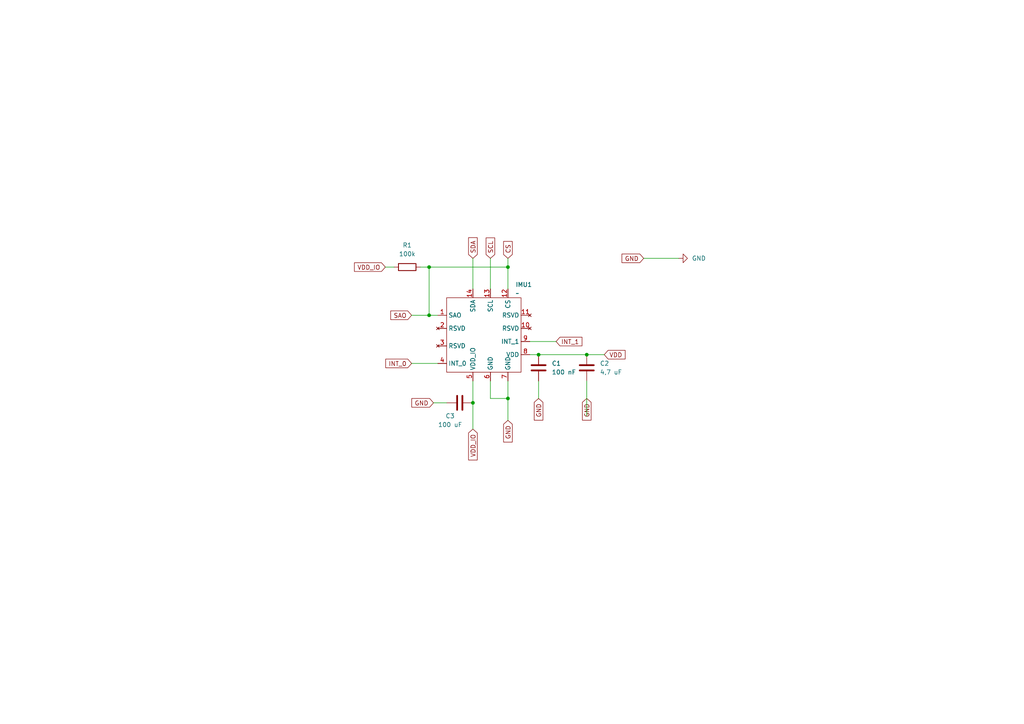
<source format=kicad_sch>
(kicad_sch (version 20231120) (generator "eeschema") (generator_version "8.0")
  (paper "A4")
  (lib_symbols
    (symbol "Device:C" (pin_numbers hide) (pin_names (offset 0.254))
      (property "Reference" "C" (at 0.635 2.54 0))
      (property "Value" "C" (at 0.635 -2.54 0))
      (symbol "C_0_1"
        (polyline (pts (xy -2.032 -0.762) (xy 2.032 -0.762)) (stroke (width 0.508)))
        (polyline (pts (xy -2.032 0.762) (xy 2.032 0.762)) (stroke (width 0.508)))
      )
      (symbol "C_1_1"
        (pin passive line (at 0 3.81 270) (length 2.794) (name "~") (number "1"))
        (pin passive line (at 0 -3.81 90) (length 2.794) (name "~") (number "2"))
      )
    )
    (symbol "Device:R" (pin_numbers hide) (pin_names (offset 0))
      (property "Reference" "R" (at 2.032 0 90))
      (property "Value" "R" (at 0 0 90))
      (symbol "R_0_1"
        (rectangle (start -1.016 -2.54) (end 1.016 2.54) (stroke (width 0.254)))
      )
      (symbol "R_1_1"
        (pin passive line (at 0 3.81 270) (length 1.27) (name "~") (number "1"))
        (pin passive line (at 0 -3.81 90) (length 1.27) (name "~") (number "2"))
      )
    )
    (symbol "IMU Library:WSEN_IMU"
      (property "Reference" "IMU" (at -16.764 12.192 0))
      (symbol "WSEN_IMU_0_1"
        (rectangle (start -16.51 10.16) (end 5.08 -11.43))
      )
      (symbol "WSEN_IMU_1_1"
        (pin input line (at -19.05 5.08 0) (length 2.54) (name "SAO") (number "1"))
        (pin no_connect line (at 7.62 1.27 180) (length 2.54) (name "RSVD") (number "10"))
        (pin no_connect line (at 7.62 5.08 180) (length 2.54) (name "RSVD") (number "11"))
        (pin input line (at 1.27 12.7 270) (length 2.54) (name "CS") (number "12"))
        (pin input line (at -3.81 12.7 270) (length 2.54) (name "SCL") (number "13"))
        (pin bidirectional line (at -8.89 12.7 270) (length 2.54) (name "SDA") (number "14"))
        (pin no_connect line (at -19.05 1.27 0) (length 2.54) (name "RSVD") (number "2"))
        (pin no_connect line (at -19.05 -3.81 0) (length 2.54) (name "RSVD") (number "3"))
        (pin output line (at -19.05 -8.89 0) (length 2.54) (name "INT_0") (number "4"))
        (pin input line (at -8.89 -13.97 90) (length 2.54) (name "VDD_IO") (number "5"))
        (pin input line (at -3.81 -13.97 90) (length 2.54) (name "GND") (number "6"))
        (pin input line (at 1.27 -13.97 90) (length 2.54) (name "GND") (number "7"))
        (pin input line (at 7.62 -6.35 180) (length 2.54) (name "VDD") (number "8"))
        (pin output line (at 7.62 -2.54 180) (length 2.54) (name "INT_1") (number "9"))
      )
    )
    (symbol "power:GND" (power) (pin_numbers hide) (pin_names (offset 0) hide)
      (property "Value" "GND" (at 0 -3.81 0))
      (symbol "GND_0_1"
        (polyline (pts (xy 0 0) (xy 0 -1.27) (xy 1.27 -1.27) (xy 0 -2.54) (xy -1.27 -1.27) (xy 0 -1.27)))
      )
      (symbol "GND_1_1"
        (pin power_in line (at 0 0 270) (length 0) (name "~") (number "1"))
      )
    )
  )
  (junction (at 137.16 116.84))
  (junction (at 124.46 77.47))
  (junction (at 170.18 102.87))
  (junction (at 147.32 77.47))
  (junction (at 156.21 102.87))
  (junction (at 147.32 115.57))
  (junction (at 124.46 91.44))
  (wire (pts (xy 125.73 116.84) (xy 129.54 116.84)))
  (wire (pts (xy 153.67 102.87) (xy 156.21 102.87)))
  (wire (pts (xy 142.24 110.49) (xy 142.24 115.57)))
  (wire (pts (xy 124.46 77.47) (xy 147.32 77.47)))
  (wire (pts (xy 147.32 77.47) (xy 147.32 83.82)))
  (wire (pts (xy 170.18 102.87) (xy 175.26 102.87)))
  (wire (pts (xy 137.16 74.93) (xy 137.16 83.82)))
  (wire (pts (xy 156.21 110.49) (xy 156.21 115.57)))
  (wire (pts (xy 114.3 77.47) (xy 111.76 77.47)))
  (wire (pts (xy 142.24 115.57) (xy 147.32 115.57)))
  (wire (pts (xy 170.18 110.49) (xy 170.18 120.65)))
  (wire (pts (xy 147.32 110.49) (xy 147.32 115.57)))
  (wire (pts (xy 137.16 116.84) (xy 137.16 124.46)))
  (wire (pts (xy 124.46 91.44) (xy 127 91.44)))
  (wire (pts (xy 147.32 74.93) (xy 147.32 77.47)))
  (wire (pts (xy 142.24 74.93) (xy 142.24 83.82)))
  (wire (pts (xy 147.32 115.57) (xy 147.32 121.92)))
  (wire (pts (xy 124.46 77.47) (xy 124.46 91.44)))
  (wire (pts (xy 137.16 110.49) (xy 137.16 116.84)))
  (wire (pts (xy 121.92 77.47) (xy 124.46 77.47)))
  (wire (pts (xy 119.38 105.41) (xy 127 105.41)))
  (wire (pts (xy 156.21 102.87) (xy 170.18 102.87)))
  (wire (pts (xy 119.38 91.44) (xy 124.46 91.44)))
  (wire (pts (xy 153.67 99.06) (xy 161.29 99.06)))
  (wire (pts (xy 186.69 74.93) (xy 196.85 74.93)))
  (global_label "SAO" (shape input) (at 119.38 91.44 180) (property "Intersheetrefs" "${INTERSHEET_REFS}" (effects (hide yes))))
  (global_label "VDD_IO" (shape input) (at 111.76 77.47 180) (property "Intersheetrefs" "${INTERSHEET_REFS}" (effects (hide yes))))
  (global_label "SDA" (shape input) (at 137.16 74.93 90) (property "Intersheetrefs" "${INTERSHEET_REFS}" (effects (hide yes))))
  (global_label "GND" (shape input) (at 170.18 115.57 270) (property "Intersheetrefs" "${INTERSHEET_REFS}" (effects (hide yes))))
  (global_label "GND" (shape input) (at 186.69 74.93 180) (property "Intersheetrefs" "${INTERSHEET_REFS}" (effects (hide yes))))
  (global_label "GND" (shape input) (at 125.73 116.84 180) (property "Intersheetrefs" "${INTERSHEET_REFS}" (effects (hide yes))))
  (global_label "GND" (shape input) (at 147.32 121.92 270) (property "Intersheetrefs" "${INTERSHEET_REFS}" (effects (hide yes))))
  (global_label "GND" (shape input) (at 156.21 115.57 270) (property "Intersheetrefs" "${INTERSHEET_REFS}" (effects (hide yes))))
  (global_label "INT_1" (shape input) (at 161.29 99.06 0) (property "Intersheetrefs" "${INTERSHEET_REFS}" (effects (hide yes))))
  (global_label "INT_0" (shape input) (at 119.38 105.41 180) (property "Intersheetrefs" "${INTERSHEET_REFS}" (effects (hide yes))))
  (global_label "VDD_IO" (shape input) (at 137.16 124.46 270) (property "Intersheetrefs" "${INTERSHEET_REFS}" (effects (hide yes))))
  (global_label "CS" (shape input) (at 147.32 74.93 90) (property "Intersheetrefs" "${INTERSHEET_REFS}" (effects (hide yes))))
  (global_label "VDD" (shape input) (at 175.26 102.87 0) (property "Intersheetrefs" "${INTERSHEET_REFS}" (effects (hide yes))))
  (global_label "SCL" (shape input) (at 142.24 74.93 90) (property "Intersheetrefs" "${INTERSHEET_REFS}" (effects (hide yes))))
  (symbol (lib_id "Device:C") (at 156.21 106.68 0) (unit 1)
    (property "Reference" "C1" (at 160.02 105.4099 0) (effects (justify left)))
    (property "Value" "100 nF" (at 160.02 107.9499 0) (effects (justify left)))
    (property "Description" "Unpolarized capacitor" (effects (hide yes)))
  )
  (symbol (lib_id "power:GND") (at 196.85 74.93 90) (unit 1)
    (property "Reference" "#PWR01" (effects (hide yes)))
    (property "Value" "GND" (at 200.66 74.9299 90) (effects (justify right)))
    (property "Description" "Power symbol creates a global label with name \"GND\" , ground" (effects (hide yes)))
  )
  (symbol (lib_id "IMU Library:WSEN_IMU") (at 146.05 96.52 0) (unit 1)
    (property "Reference" "IMU1" (at 149.5141 82.55 0) (effects (justify left)))
    (property "Value" "~" (at 149.5141 85.09 0) (effects (justify left)))
  )
  (symbol (lib_id "Device:C") (at 133.35 116.84 90) (unit 1)
    (property "Reference" "C3" (at 130.556 120.65 90))
    (property "Value" "100 uF" (at 130.556 123.19 90))
    (property "Description" "Unpolarized capacitor" (effects (hide yes)))
  )
  (symbol (lib_id "Device:C") (at 170.18 106.68 0) (unit 1)
    (property "Reference" "C2" (at 173.99 105.4099 0) (effects (justify left)))
    (property "Value" "4,7 uF" (at 173.99 107.9499 0) (effects (justify left)))
    (property "Description" "Unpolarized capacitor" (effects (hide yes)))
  )
  (symbol (lib_id "Device:R") (at 118.11 77.47 90) (unit 1)
    (property "Reference" "R1" (at 118.11 71.12 90))
    (property "Value" "100k" (at 118.11 73.66 90))
    (property "Description" "Resistor" (effects (hide yes)))
  )
)
</source>
